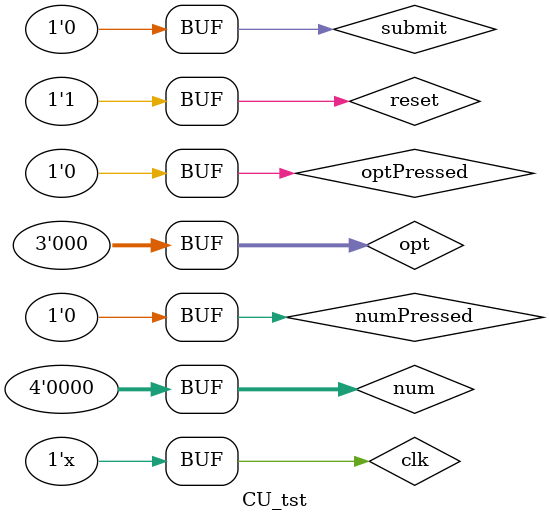
<source format=v>
`timescale 1 ns/ 1 ps
module CU_tst();

	parameter period = 20;

	reg clk;
	reg [3:0] num;
	reg numPressed;
	reg [2:0] opt;
	reg optPressed;
	reg reset;
	reg submit;

	wire clcCo;
	wire clcZero;
	wire cmpSign;
	wire [3:0]  num1;
	wire [3:0]  num2;
	wire [3:0]  num3;
	wire [3:0]  num4;
	wire sign;

	CU inst1 (
		.clcCo(clcCo),
		.clcZero(clcZero),
		.clk(clk),
		.cmpSign(cmpSign),
		.num(num),
		.num1(num1),
		.num2(num2),
		.num3(num3),
		.num4(num4),
		.numPressed(numPressed),
		.opt(opt),
		.optPressed(optPressed),
		.reset(reset),
		.sign(sign),
		.submit(submit)
	);

	task PressNum;
		input [3:0]innum;
		input [3:0]pt;
		begin
			#(period / 2);
			num = innum;
			numPressed = 1;
			# period;
			num = 0;
			numPressed = 0;
			#(period / 2);
		end
	endtask

		task PressOpt;
		input [3:0]inopt;
		input [3:0]pt;
		begin
			#(period / 2);
			opt = inopt;
			optPressed = 1;
			# period;
			opt = 0;
			optPressed = 0;
			#(period / 2);
		end
	endtask

		task PressSubmit;
		begin
			#(period / 2);
			submit = 1;
			# period;
			submit = 0;
			#(period / 2);
		end
	endtask

	initial begin
		clk = 0;
		reset = 0;
		num = 0;
		numPressed = 0;
		opt = 0;
		optPressed = 0;
		submit = 0;
		# period;
		reset = 1;
	end

	initial begin
		#(period * 4);
		PressNum(3,2);
		PressNum(4,1);
		PressOpt(1,1);
		PressNum(3,2);
		PressSubmit();
		#(period * 5);
		PressOpt(2,1);
		PressNum(1,1);
		PressNum(2,1);
		PressNum(3,1);
		PressNum(4,1);
		PressSubmit();
	end

	always # 5 clk = ~clk;

endmodule

</source>
